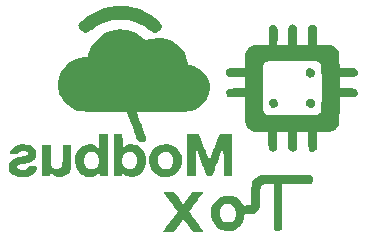
<source format=gbo>
G04 #@! TF.GenerationSoftware,KiCad,Pcbnew,8.0.7*
G04 #@! TF.CreationDate,2025-07-10T22:44:40+02:00*
G04 #@! TF.ProjectId,modbus-to-x,6d6f6462-7573-42d7-946f-2d782e6b6963,rev?*
G04 #@! TF.SameCoordinates,Original*
G04 #@! TF.FileFunction,Legend,Bot*
G04 #@! TF.FilePolarity,Positive*
%FSLAX46Y46*%
G04 Gerber Fmt 4.6, Leading zero omitted, Abs format (unit mm)*
G04 Created by KiCad (PCBNEW 8.0.7) date 2025-07-10 22:44:40*
%MOMM*%
%LPD*%
G01*
G04 APERTURE LIST*
G04 Aperture macros list*
%AMRoundRect*
0 Rectangle with rounded corners*
0 $1 Rounding radius*
0 $2 $3 $4 $5 $6 $7 $8 $9 X,Y pos of 4 corners*
0 Add a 4 corners polygon primitive as box body*
4,1,4,$2,$3,$4,$5,$6,$7,$8,$9,$2,$3,0*
0 Add four circle primitives for the rounded corners*
1,1,$1+$1,$2,$3*
1,1,$1+$1,$4,$5*
1,1,$1+$1,$6,$7*
1,1,$1+$1,$8,$9*
0 Add four rect primitives between the rounded corners*
20,1,$1+$1,$2,$3,$4,$5,0*
20,1,$1+$1,$4,$5,$6,$7,0*
20,1,$1+$1,$6,$7,$8,$9,0*
20,1,$1+$1,$8,$9,$2,$3,0*%
G04 Aperture macros list end*
%ADD10C,0.000000*%
%ADD11C,0.600000*%
%ADD12R,1.700000X1.700000*%
%ADD13O,1.700000X1.700000*%
%ADD14R,2.032000X2.032000*%
%ADD15C,2.032000*%
%ADD16C,0.499999*%
%ADD17C,1.734000*%
%ADD18RoundRect,0.102000X0.765000X0.765000X-0.765000X0.765000X-0.765000X-0.765000X0.765000X-0.765000X0*%
%ADD19R,2.413000X2.413000*%
%ADD20C,2.413000*%
G04 APERTURE END LIST*
D10*
G36*
X118443251Y-125159921D02*
G01*
X118582120Y-125162574D01*
X118664680Y-125169361D01*
X118702206Y-125182205D01*
X118705970Y-125203028D01*
X118687243Y-125233753D01*
X118672518Y-125253922D01*
X118612896Y-125334911D01*
X118517976Y-125463466D01*
X118395122Y-125629623D01*
X118251700Y-125823419D01*
X118095074Y-126034889D01*
X118008229Y-126152437D01*
X117861380Y-126352838D01*
X117733851Y-126528949D01*
X117632503Y-126671189D01*
X117564200Y-126769975D01*
X117535804Y-126815727D01*
X117538317Y-126831199D01*
X117576599Y-126904533D01*
X117654725Y-127027054D01*
X117767084Y-127190486D01*
X117908069Y-127386552D01*
X118072068Y-127606976D01*
X118161244Y-127725036D01*
X118319751Y-127934972D01*
X118463315Y-128125229D01*
X118583891Y-128285138D01*
X118673435Y-128404033D01*
X118723900Y-128471246D01*
X118818753Y-128598246D01*
X118354924Y-128598246D01*
X117891095Y-128598246D01*
X117464845Y-128013359D01*
X117038594Y-127428472D01*
X116898266Y-127622011D01*
X116716684Y-127872618D01*
X116572654Y-128071876D01*
X116463571Y-128223508D01*
X116383858Y-128335343D01*
X116327936Y-128415206D01*
X116290226Y-128470924D01*
X116265152Y-128510323D01*
X116249402Y-128534082D01*
X116217623Y-128563930D01*
X116166770Y-128582740D01*
X116082073Y-128593042D01*
X115948765Y-128597367D01*
X115752077Y-128598246D01*
X115575555Y-128595984D01*
X115428577Y-128589698D01*
X115329263Y-128580358D01*
X115292854Y-128568939D01*
X115315214Y-128531291D01*
X115378433Y-128439538D01*
X115476420Y-128302165D01*
X115603084Y-128127628D01*
X115752336Y-127924384D01*
X115918085Y-127700887D01*
X116082913Y-127478462D01*
X116232298Y-127274544D01*
X116359095Y-127099054D01*
X116457210Y-126960504D01*
X116520548Y-126867402D01*
X116543015Y-126828258D01*
X116530237Y-126804218D01*
X116476453Y-126724162D01*
X116386543Y-126597413D01*
X116266910Y-126432848D01*
X116123956Y-126239342D01*
X115964084Y-126025771D01*
X115845298Y-125867852D01*
X115693998Y-125666037D01*
X115562632Y-125490042D01*
X115457996Y-125349002D01*
X115386882Y-125252051D01*
X115356086Y-125208323D01*
X115353125Y-125196767D01*
X115378192Y-125178955D01*
X115452755Y-125167739D01*
X115586342Y-125162074D01*
X115788478Y-125160916D01*
X116249938Y-125162354D01*
X116638582Y-125703313D01*
X117027226Y-126244272D01*
X117375175Y-125750720D01*
X117440450Y-125657766D01*
X117554859Y-125492946D01*
X117648971Y-125354899D01*
X117714446Y-125255924D01*
X117742943Y-125208323D01*
X117743718Y-125206660D01*
X117781651Y-125184869D01*
X117873660Y-125170252D01*
X118027721Y-125162043D01*
X118251809Y-125159477D01*
X118443251Y-125159921D01*
G37*
G36*
X123025414Y-127009068D02*
G01*
X122819246Y-127057876D01*
X122556559Y-127073388D01*
X122220103Y-127074246D01*
X122197450Y-127293734D01*
X122175122Y-127427594D01*
X122078833Y-127701609D01*
X121925453Y-127955519D01*
X121727507Y-128170799D01*
X121497519Y-128328925D01*
X121405633Y-128371533D01*
X121149752Y-128456205D01*
X120887025Y-128502029D01*
X120649976Y-128502352D01*
X120628544Y-128499670D01*
X120336959Y-128423440D01*
X120059812Y-128281855D01*
X119812420Y-128086817D01*
X119610103Y-127850231D01*
X119468179Y-127584001D01*
X119427376Y-127450489D01*
X119386661Y-127189058D01*
X119382276Y-126993248D01*
X120136679Y-126993248D01*
X120162199Y-127212519D01*
X120232751Y-127413568D01*
X120347208Y-127580422D01*
X120504439Y-127697113D01*
X120703278Y-127764486D01*
X120905650Y-127764000D01*
X121116505Y-127689708D01*
X121245581Y-127606531D01*
X121380867Y-127448088D01*
X121459985Y-127239473D01*
X121485070Y-126976554D01*
X121483823Y-126921331D01*
X121443493Y-126658981D01*
X121346836Y-126449291D01*
X121194425Y-126293602D01*
X121189593Y-126290199D01*
X121000022Y-126202263D01*
X120791717Y-126178773D01*
X120586757Y-126218935D01*
X120407220Y-126321954D01*
X120341609Y-126385789D01*
X120225255Y-126563913D01*
X120157322Y-126771722D01*
X120136679Y-126993248D01*
X119382276Y-126993248D01*
X119380328Y-126906281D01*
X119408316Y-126632690D01*
X119470563Y-126398818D01*
X119578718Y-126188436D01*
X119760550Y-125953990D01*
X119982658Y-125752581D01*
X120224764Y-125605540D01*
X120291271Y-125575810D01*
X120407492Y-125532138D01*
X120519703Y-125507492D01*
X120655249Y-125497006D01*
X120841477Y-125495813D01*
X120970426Y-125498434D01*
X121143831Y-125511236D01*
X121278388Y-125537808D01*
X121398673Y-125581948D01*
X121453611Y-125609200D01*
X121629229Y-125724488D01*
X121804605Y-125874011D01*
X121955946Y-126035930D01*
X122059459Y-126188409D01*
X122136812Y-126340034D01*
X122428946Y-126325282D01*
X122578963Y-126313357D01*
X122700602Y-126289065D01*
X122757603Y-126252773D01*
X122760108Y-126246939D01*
X122770971Y-126176331D01*
X122780437Y-126043035D01*
X122787956Y-125859744D01*
X122792975Y-125639149D01*
X122794943Y-125393939D01*
X122795030Y-125354604D01*
X122797804Y-125103989D01*
X122803939Y-124873428D01*
X122812802Y-124677446D01*
X122823760Y-124530565D01*
X122836182Y-124447310D01*
X122855311Y-124388859D01*
X122970012Y-124181247D01*
X123143552Y-123996148D01*
X123360768Y-123850806D01*
X123590703Y-123733169D01*
X125527859Y-123720579D01*
X125567090Y-123720330D01*
X125953504Y-123718457D01*
X126320131Y-123717700D01*
X126658632Y-123718008D01*
X126960670Y-123719328D01*
X127217908Y-123721608D01*
X127422008Y-123724798D01*
X127564633Y-123728844D01*
X127637445Y-123733696D01*
X127767317Y-123769195D01*
X127909667Y-123859776D01*
X128001870Y-123984905D01*
X128037906Y-124129826D01*
X128011758Y-124279783D01*
X127917406Y-124420021D01*
X127803181Y-124534246D01*
X126608329Y-124534246D01*
X125413477Y-124534246D01*
X125413477Y-126412944D01*
X125413477Y-128291643D01*
X125299252Y-128405868D01*
X125286692Y-128418145D01*
X125172586Y-128497312D01*
X125042246Y-128520092D01*
X125026673Y-128519867D01*
X124899763Y-128491915D01*
X124785240Y-128405868D01*
X124671015Y-128291643D01*
X124671015Y-126409672D01*
X124671015Y-124527701D01*
X124203070Y-124540743D01*
X124115436Y-124542949D01*
X123942191Y-124548318D01*
X123809126Y-124561116D01*
X123710682Y-124590169D01*
X123641299Y-124644303D01*
X123595416Y-124732343D01*
X123567472Y-124863115D01*
X123551908Y-125045445D01*
X123543162Y-125288159D01*
X123535676Y-125600082D01*
X123527310Y-125898374D01*
X123517098Y-126144051D01*
X123503372Y-126333140D01*
X123484090Y-126476658D01*
X123457214Y-126585626D01*
X123420701Y-126671060D01*
X123372512Y-126743980D01*
X123310606Y-126815405D01*
X123191656Y-126921288D01*
X123086991Y-126976554D01*
X123025414Y-127009068D01*
G37*
G36*
X116914033Y-122763371D02*
G01*
X116837566Y-123052031D01*
X116703847Y-123315138D01*
X116517088Y-123542356D01*
X116281497Y-123723350D01*
X116001286Y-123847785D01*
X115994424Y-123849835D01*
X115859889Y-123877252D01*
X115685610Y-123897158D01*
X115507477Y-123905366D01*
X115266386Y-123889331D01*
X114956135Y-123809123D01*
X114686454Y-123665254D01*
X114462794Y-123461863D01*
X114290602Y-123203093D01*
X114175329Y-122893083D01*
X114135299Y-122662112D01*
X114137889Y-122504111D01*
X114875277Y-122504111D01*
X114898065Y-122723565D01*
X114973195Y-122924519D01*
X115097834Y-123091572D01*
X115269149Y-123209326D01*
X115387339Y-123252690D01*
X115597830Y-123274233D01*
X115795103Y-123218758D01*
X115978483Y-123086381D01*
X116080842Y-122953045D01*
X116159737Y-122749870D01*
X116184700Y-122521801D01*
X116154097Y-122287813D01*
X116066295Y-122066881D01*
X116060929Y-122057529D01*
X115929198Y-121901947D01*
X115760266Y-121803290D01*
X115570839Y-121762655D01*
X115377623Y-121781142D01*
X115197323Y-121859847D01*
X115046643Y-121999869D01*
X114998057Y-122071295D01*
X114907663Y-122281555D01*
X114875277Y-122504111D01*
X114137889Y-122504111D01*
X114140632Y-122336802D01*
X114216173Y-122025908D01*
X114358659Y-121741149D01*
X114564827Y-121494245D01*
X114675999Y-121396728D01*
X114851239Y-121280105D01*
X115041314Y-121205444D01*
X115266370Y-121165767D01*
X115546554Y-121154092D01*
X115670103Y-121154889D01*
X115824671Y-121161487D01*
X115940323Y-121178362D01*
X116041401Y-121209768D01*
X116152246Y-121259959D01*
X116400162Y-121413896D01*
X116621012Y-121634182D01*
X116789888Y-121911736D01*
X116878374Y-122150737D01*
X116929039Y-122459495D01*
X116925962Y-122521801D01*
X116914033Y-122763371D01*
G37*
G36*
X113864640Y-122560628D02*
G01*
X113838119Y-122851422D01*
X113769511Y-123107650D01*
X113718256Y-123216936D01*
X113586658Y-123415951D01*
X113421285Y-123599418D01*
X113241077Y-123747627D01*
X113064974Y-123840867D01*
X113055670Y-123844099D01*
X112820150Y-123896547D01*
X112575888Y-123902465D01*
X112342643Y-123864950D01*
X112140180Y-123787101D01*
X111988260Y-123672019D01*
X111972784Y-123655425D01*
X111904258Y-123602923D01*
X111865799Y-123621952D01*
X111853784Y-123713631D01*
X111853784Y-123830862D01*
X111502092Y-123830862D01*
X111150400Y-123830862D01*
X111150400Y-122435583D01*
X111865863Y-122435583D01*
X111869515Y-122669837D01*
X111929839Y-122885332D01*
X112041723Y-123060297D01*
X112199158Y-123181292D01*
X112311588Y-123225476D01*
X112519675Y-123253549D01*
X112720786Y-123219383D01*
X112892549Y-123124799D01*
X112931540Y-123087221D01*
X113026915Y-122933980D01*
X113085701Y-122738435D01*
X113105277Y-122522016D01*
X113083024Y-122306153D01*
X113016323Y-122112275D01*
X113000188Y-122081840D01*
X112878363Y-121915866D01*
X112726392Y-121815816D01*
X112530772Y-121772231D01*
X112351351Y-121781589D01*
X112167937Y-121855479D01*
X112022375Y-121992608D01*
X111919929Y-122187727D01*
X111865863Y-122435583D01*
X111150400Y-122435583D01*
X111150400Y-122051395D01*
X111150400Y-120271929D01*
X111511861Y-120283164D01*
X111873323Y-120294400D01*
X111892861Y-120875048D01*
X111897059Y-120997760D01*
X111904453Y-121184896D01*
X111912236Y-121309065D01*
X111922225Y-121380310D01*
X111936234Y-121408669D01*
X111956078Y-121404183D01*
X111983571Y-121376892D01*
X112023528Y-121342098D01*
X112128752Y-121274843D01*
X112255538Y-121211708D01*
X112455149Y-121155251D01*
X112703119Y-121138870D01*
X112951161Y-121168715D01*
X113167260Y-121243662D01*
X113179974Y-121250371D01*
X113351915Y-121373488D01*
X113521629Y-121546557D01*
X113668634Y-121745763D01*
X113772446Y-121947290D01*
X113791104Y-121999775D01*
X113848994Y-122266376D01*
X113862587Y-122522016D01*
X113864640Y-122560628D01*
G37*
G36*
X110642400Y-123830862D02*
G01*
X110290708Y-123830862D01*
X109939015Y-123830862D01*
X109939015Y-123686781D01*
X109939015Y-123542701D01*
X109827894Y-123649162D01*
X109786694Y-123683802D01*
X109661991Y-123764397D01*
X109525048Y-123830491D01*
X109380302Y-123875640D01*
X109098606Y-123908212D01*
X108816211Y-123876676D01*
X108551903Y-123784112D01*
X108324466Y-123633601D01*
X108219726Y-123529689D01*
X108043043Y-123275026D01*
X107927288Y-122976572D01*
X107875701Y-122641484D01*
X107873280Y-122573666D01*
X107881483Y-122458904D01*
X108630219Y-122458904D01*
X108634138Y-122671929D01*
X108679510Y-122871245D01*
X108767148Y-123039867D01*
X108897868Y-123160812D01*
X109074603Y-123237601D01*
X109283092Y-123261309D01*
X109479693Y-123218333D01*
X109651253Y-123114310D01*
X109784621Y-122954874D01*
X109866646Y-122745662D01*
X109885835Y-122610843D01*
X109880908Y-122388928D01*
X109838141Y-122177042D01*
X109761964Y-122006462D01*
X109696761Y-121927646D01*
X109539714Y-121821330D01*
X109350980Y-121767077D01*
X109151316Y-121769392D01*
X108961483Y-121832780D01*
X108859048Y-121907431D01*
X108743488Y-122059671D01*
X108666941Y-122249157D01*
X108630219Y-122458904D01*
X107881483Y-122458904D01*
X107897539Y-122234284D01*
X107980046Y-121928460D01*
X108115457Y-121662875D01*
X108298432Y-121444206D01*
X108523629Y-121279132D01*
X108785706Y-121174333D01*
X109079323Y-121136487D01*
X109329945Y-121154009D01*
X109544883Y-121217764D01*
X109720550Y-121332070D01*
X109758077Y-121364175D01*
X109834349Y-121423602D01*
X109875789Y-121447169D01*
X109880116Y-121437678D01*
X109887954Y-121366838D01*
X109894241Y-121238109D01*
X109898421Y-121064999D01*
X109899938Y-120861016D01*
X109899938Y-120274862D01*
X110271169Y-120274862D01*
X110642400Y-120274862D01*
X110642400Y-122052862D01*
X110642400Y-122610843D01*
X110642400Y-123830862D01*
G37*
G36*
X105797007Y-122043092D02*
G01*
X105797027Y-122092349D01*
X105797845Y-122360044D01*
X105800515Y-122562743D01*
X105805946Y-122711798D01*
X105815046Y-122818558D01*
X105828721Y-122894374D01*
X105847881Y-122950598D01*
X105873433Y-122998580D01*
X105896383Y-123032828D01*
X106033806Y-123160117D01*
X106207266Y-123231082D01*
X106397043Y-123240587D01*
X106583419Y-123183497D01*
X106638867Y-123150758D01*
X106696715Y-123098851D01*
X106740320Y-123027350D01*
X106771629Y-122926502D01*
X106792589Y-122786553D01*
X106805150Y-122597752D01*
X106811258Y-122350345D01*
X106812861Y-122034578D01*
X106812861Y-121212708D01*
X107184092Y-121212708D01*
X107555323Y-121212708D01*
X107555323Y-122143461D01*
X107555107Y-122289421D01*
X107552009Y-122611203D01*
X107543793Y-122868890D01*
X107528629Y-123072548D01*
X107504686Y-123232244D01*
X107470134Y-123358046D01*
X107423142Y-123460019D01*
X107361879Y-123548230D01*
X107284516Y-123632746D01*
X107232383Y-123679861D01*
X107096074Y-123776641D01*
X106964284Y-123842430D01*
X106724277Y-123899490D01*
X106441194Y-123899965D01*
X106171107Y-123830395D01*
X105928572Y-123692883D01*
X105841748Y-123629413D01*
X105785404Y-123603936D01*
X105762265Y-123631420D01*
X105757784Y-123713631D01*
X105757784Y-123830862D01*
X105406092Y-123830862D01*
X105054400Y-123830862D01*
X105054400Y-122521785D01*
X105054400Y-121212708D01*
X105425631Y-121212708D01*
X105796861Y-121212708D01*
X105797007Y-122043092D01*
G37*
G36*
X103811252Y-121167559D02*
G01*
X104079521Y-121245387D01*
X104297621Y-121368270D01*
X104460125Y-121532617D01*
X104561608Y-121734836D01*
X104596642Y-121971337D01*
X104594437Y-122042827D01*
X104560985Y-122226856D01*
X104482195Y-122379255D01*
X104351546Y-122505202D01*
X104162517Y-122609876D01*
X103908586Y-122698455D01*
X103583234Y-122776118D01*
X103455051Y-122802837D01*
X103258637Y-122848582D01*
X103122193Y-122890196D01*
X103034267Y-122932483D01*
X102983407Y-122980245D01*
X102958159Y-123038287D01*
X102952922Y-123107189D01*
X103001396Y-123203210D01*
X103118177Y-123271513D01*
X103299173Y-123308849D01*
X103425240Y-123314820D01*
X103631250Y-123288775D01*
X103786051Y-123215933D01*
X103882092Y-123099015D01*
X103906523Y-123050000D01*
X103949775Y-122998467D01*
X104017349Y-122977810D01*
X104136092Y-122974912D01*
X104184179Y-122976041D01*
X104353767Y-122986408D01*
X104507323Y-123003471D01*
X104570771Y-123013716D01*
X104645919Y-123035675D01*
X104672628Y-123074462D01*
X104670213Y-123147113D01*
X104657562Y-123218895D01*
X104572031Y-123415879D01*
X104419961Y-123592830D01*
X104209569Y-123741689D01*
X103949069Y-123854399D01*
X103843231Y-123878123D01*
X103637977Y-123896594D01*
X103370531Y-123898299D01*
X103198208Y-123892780D01*
X103052449Y-123881534D01*
X102941020Y-123860635D01*
X102840451Y-123825450D01*
X102727276Y-123771348D01*
X102647564Y-123726700D01*
X102447880Y-123566614D01*
X102314242Y-123373663D01*
X102251290Y-123153868D01*
X102250577Y-122905108D01*
X102313158Y-122690896D01*
X102441434Y-122517562D01*
X102636757Y-122382400D01*
X102717533Y-122349636D01*
X102864945Y-122303096D01*
X103047842Y-122253951D01*
X103243895Y-122208594D01*
X103416052Y-122169344D01*
X103585763Y-122124790D01*
X103717057Y-122083945D01*
X103790760Y-122052288D01*
X103846694Y-122004452D01*
X103884927Y-121917021D01*
X103860447Y-121830228D01*
X103781824Y-121754870D01*
X103657630Y-121701740D01*
X103496436Y-121681631D01*
X103333282Y-121695648D01*
X103178568Y-121755468D01*
X103071264Y-121866272D01*
X103038110Y-121914680D01*
X102998352Y-121948062D01*
X102937371Y-121964189D01*
X102836212Y-121967713D01*
X102675923Y-121963285D01*
X102348985Y-121951861D01*
X102373517Y-121829197D01*
X102443296Y-121621905D01*
X102581179Y-121429385D01*
X102778949Y-121284002D01*
X103033973Y-121187623D01*
X103343617Y-121142111D01*
X103498243Y-121138379D01*
X103811252Y-121167559D01*
G37*
G36*
X121154765Y-121046631D02*
G01*
X121154946Y-121243478D01*
X121155288Y-121584070D01*
X121155682Y-121948642D01*
X121156092Y-122304632D01*
X121156483Y-122619477D01*
X121156519Y-122647645D01*
X121156736Y-122904481D01*
X121156764Y-123146553D01*
X121156611Y-123358013D01*
X121156290Y-123523013D01*
X121155811Y-123625708D01*
X121154092Y-123830862D01*
X120802949Y-123830862D01*
X120451805Y-123830862D01*
X120441487Y-122594711D01*
X120431169Y-121358561D01*
X120090171Y-122252788D01*
X120038442Y-122388505D01*
X119934719Y-122660996D01*
X119835224Y-122922821D01*
X119745870Y-123158393D01*
X119672573Y-123352126D01*
X119621247Y-123488436D01*
X119493323Y-123829857D01*
X119255245Y-123830359D01*
X119017166Y-123830862D01*
X118783054Y-123234939D01*
X118762311Y-123182040D01*
X118655125Y-122906462D01*
X118536632Y-122598909D01*
X118419838Y-122293244D01*
X118317748Y-122023331D01*
X118086554Y-121407647D01*
X118076228Y-122619254D01*
X118065902Y-123830862D01*
X117694830Y-123830862D01*
X117323757Y-123830862D01*
X117333925Y-122062631D01*
X117344092Y-120294400D01*
X117852092Y-120294400D01*
X118360092Y-120294400D01*
X118484125Y-120607016D01*
X118493732Y-120631348D01*
X118550791Y-120778258D01*
X118627395Y-120978139D01*
X118717260Y-121214479D01*
X118814101Y-121470763D01*
X118911635Y-121730477D01*
X118953657Y-121842188D01*
X119039204Y-122065984D01*
X119114498Y-122258151D01*
X119175352Y-122408263D01*
X119217578Y-122505891D01*
X119236987Y-122540607D01*
X119240153Y-122536896D01*
X119266708Y-122480169D01*
X119315696Y-122362048D01*
X119383555Y-122191561D01*
X119466721Y-121977741D01*
X119561634Y-121729618D01*
X119664730Y-121456222D01*
X119695111Y-121375253D01*
X119797540Y-121104514D01*
X119891606Y-120859204D01*
X119973554Y-120648897D01*
X120039628Y-120483164D01*
X120086072Y-120371577D01*
X120109130Y-120323708D01*
X120149704Y-120302972D01*
X120249983Y-120286952D01*
X120414806Y-120277784D01*
X120650877Y-120274862D01*
X121154092Y-120274862D01*
X121154765Y-121046631D01*
G37*
G36*
X130259015Y-116406246D02*
G01*
X130874477Y-116406822D01*
X131087158Y-116408100D01*
X131298566Y-116414464D01*
X131453667Y-116429032D01*
X131564693Y-116454926D01*
X131643872Y-116495269D01*
X131703435Y-116553183D01*
X131755613Y-116631792D01*
X131806911Y-116775176D01*
X131784876Y-116916234D01*
X131685510Y-117054381D01*
X131648914Y-117088373D01*
X131608837Y-117113283D01*
X131553239Y-117130180D01*
X131469592Y-117140617D01*
X131345371Y-117146148D01*
X131168048Y-117148327D01*
X130925099Y-117148708D01*
X130259015Y-117148708D01*
X130259015Y-118177154D01*
X130258145Y-118485507D01*
X130253922Y-118788709D01*
X130244693Y-119031782D01*
X130228831Y-119224508D01*
X130204708Y-119376669D01*
X130170695Y-119498046D01*
X130125165Y-119598423D01*
X130066489Y-119687579D01*
X129993041Y-119775298D01*
X129933470Y-119838729D01*
X129831974Y-119928799D01*
X129723902Y-119993346D01*
X129594969Y-120036487D01*
X129430893Y-120062336D01*
X129217387Y-120075008D01*
X128940169Y-120078619D01*
X128344246Y-120079477D01*
X128344246Y-120805406D01*
X128344246Y-121531335D01*
X128230021Y-121645560D01*
X128228266Y-121647309D01*
X128109836Y-121734061D01*
X127979217Y-121759785D01*
X127875442Y-121755686D01*
X127782202Y-121735753D01*
X127712742Y-121691040D01*
X127663625Y-121612663D01*
X127631411Y-121491735D01*
X127612659Y-121319373D01*
X127603930Y-121086690D01*
X127601784Y-120784802D01*
X127601784Y-120079477D01*
X127135230Y-120079477D01*
X126668675Y-120079477D01*
X126656538Y-120825403D01*
X126644400Y-121571329D01*
X126534759Y-121665557D01*
X126469348Y-121711618D01*
X126315499Y-121760551D01*
X126160153Y-121742145D01*
X126024498Y-121656764D01*
X125921477Y-121553743D01*
X125921477Y-120816610D01*
X125921477Y-120079477D01*
X125452554Y-120079477D01*
X124983631Y-120079477D01*
X124983631Y-120816610D01*
X124983631Y-121553743D01*
X124880610Y-121656764D01*
X124770600Y-121733629D01*
X124619141Y-121767346D01*
X124469132Y-121735757D01*
X124342335Y-121639556D01*
X124326602Y-121620717D01*
X124295065Y-121578230D01*
X124272436Y-121531258D01*
X124257238Y-121467525D01*
X124247990Y-121374751D01*
X124243215Y-121240658D01*
X124241434Y-121052968D01*
X124241169Y-120799402D01*
X124241169Y-120079477D01*
X123623611Y-120079477D01*
X123496913Y-120079351D01*
X123295028Y-120077620D01*
X123148046Y-120072305D01*
X123040480Y-120061471D01*
X122956844Y-120043183D01*
X122881652Y-120015506D01*
X122799417Y-119976506D01*
X122622425Y-119860850D01*
X122442691Y-119664262D01*
X122319010Y-119421853D01*
X122305496Y-119367050D01*
X122291454Y-119254683D01*
X122280964Y-119089467D01*
X122273760Y-118865085D01*
X122269578Y-118575222D01*
X122268152Y-118213561D01*
X122267784Y-117148722D01*
X121559959Y-117148715D01*
X120852134Y-117148708D01*
X120749113Y-117045687D01*
X120700903Y-116986094D01*
X120646774Y-116838599D01*
X120659788Y-116681312D01*
X120740311Y-116535425D01*
X120834530Y-116425785D01*
X121551157Y-116406246D01*
X122267784Y-116386708D01*
X122268085Y-116366484D01*
X123772246Y-116366484D01*
X123772273Y-116670497D01*
X123772755Y-117077987D01*
X123774414Y-117418292D01*
X123777981Y-117698058D01*
X123784189Y-117923934D01*
X123793767Y-118102567D01*
X123807448Y-118240605D01*
X123825961Y-118344695D01*
X123850038Y-118421485D01*
X123880410Y-118477623D01*
X123917808Y-118519755D01*
X123962963Y-118554530D01*
X124016606Y-118588596D01*
X124033491Y-118598868D01*
X124065036Y-118615685D01*
X124102324Y-118629734D01*
X124151939Y-118641262D01*
X124220463Y-118650519D01*
X124314479Y-118657754D01*
X124440570Y-118663216D01*
X124605318Y-118667154D01*
X124815306Y-118669818D01*
X125077117Y-118671456D01*
X125397333Y-118672317D01*
X125782538Y-118672652D01*
X126239314Y-118672708D01*
X126588548Y-118672635D01*
X126993697Y-118672203D01*
X127332142Y-118671193D01*
X127610446Y-118669395D01*
X127835168Y-118666597D01*
X128012870Y-118662589D01*
X128150112Y-118657160D01*
X128253457Y-118650098D01*
X128329463Y-118641192D01*
X128384693Y-118630232D01*
X128425708Y-118617006D01*
X128459067Y-118601304D01*
X128466970Y-118596904D01*
X128578022Y-118507783D01*
X128663611Y-118396760D01*
X128664711Y-118394696D01*
X128681058Y-118359240D01*
X128694668Y-118315421D01*
X128705789Y-118256262D01*
X128714670Y-118174784D01*
X128721560Y-118064006D01*
X128726708Y-117916950D01*
X128730362Y-117726636D01*
X128732771Y-117486086D01*
X128734184Y-117188320D01*
X128734849Y-116826359D01*
X128735015Y-116393223D01*
X128734994Y-116083262D01*
X128734526Y-115678578D01*
X128732857Y-115340910D01*
X128729222Y-115063575D01*
X128722859Y-114839886D01*
X128713001Y-114663160D01*
X128698887Y-114526711D01*
X128679751Y-114423854D01*
X128654830Y-114347905D01*
X128623360Y-114292177D01*
X128584576Y-114249987D01*
X128537715Y-114214649D01*
X128482012Y-114179478D01*
X128472498Y-114173696D01*
X128441777Y-114157394D01*
X128404714Y-114143719D01*
X128354779Y-114132441D01*
X128285446Y-114123329D01*
X128190185Y-114116154D01*
X128062469Y-114110686D01*
X127895769Y-114106695D01*
X127683556Y-114103952D01*
X127419304Y-114102226D01*
X127096482Y-114101287D01*
X126708563Y-114100907D01*
X126249018Y-114100854D01*
X126167190Y-114100861D01*
X125719624Y-114101036D01*
X125342606Y-114101591D01*
X125029618Y-114102752D01*
X124774140Y-114104741D01*
X124569654Y-114107782D01*
X124409639Y-114112098D01*
X124287576Y-114117913D01*
X124196947Y-114125449D01*
X124131231Y-114134931D01*
X124083910Y-114146581D01*
X124048464Y-114160622D01*
X124018374Y-114177280D01*
X123977793Y-114202087D01*
X123929791Y-114234754D01*
X123889911Y-114271972D01*
X123857399Y-114320432D01*
X123831503Y-114386824D01*
X123811471Y-114477840D01*
X123796551Y-114600171D01*
X123785990Y-114760509D01*
X123779036Y-114965544D01*
X123774937Y-115221967D01*
X123772940Y-115536471D01*
X123772294Y-115915746D01*
X123772246Y-116366484D01*
X122268085Y-116366484D01*
X122274917Y-115908016D01*
X122282049Y-115429323D01*
X121578296Y-115429323D01*
X120874542Y-115429323D01*
X120760317Y-115315098D01*
X120681526Y-115210015D01*
X120639506Y-115061080D01*
X120667832Y-114915114D01*
X120766321Y-114788028D01*
X120777274Y-114778841D01*
X120821190Y-114744988D01*
X120867519Y-114720662D01*
X120928883Y-114704287D01*
X121017906Y-114694286D01*
X121147212Y-114689084D01*
X121329425Y-114687102D01*
X121577167Y-114686766D01*
X122267784Y-114686670D01*
X122273429Y-114044766D01*
X122274225Y-113961458D01*
X122277686Y-113739890D01*
X122283861Y-113577165D01*
X122294481Y-113458558D01*
X122311275Y-113369342D01*
X122335974Y-113294793D01*
X122370307Y-113220185D01*
X122401714Y-113163153D01*
X122490303Y-113034578D01*
X122579586Y-112937956D01*
X122649737Y-112882027D01*
X122739434Y-112825070D01*
X122838638Y-112784618D01*
X122961069Y-112757929D01*
X123120446Y-112742260D01*
X123330488Y-112734870D01*
X123604914Y-112733016D01*
X124260708Y-112733016D01*
X124260708Y-111971904D01*
X124260708Y-111210792D01*
X124363196Y-111108304D01*
X124375495Y-111096583D01*
X124509440Y-111020910D01*
X124658850Y-111006783D01*
X124802948Y-111048605D01*
X124920961Y-111140779D01*
X124992114Y-111277711D01*
X124999331Y-111326041D01*
X125007518Y-111450451D01*
X125012875Y-111625880D01*
X125014971Y-111836411D01*
X125013377Y-112066127D01*
X125003169Y-112733091D01*
X125462323Y-112733053D01*
X125921477Y-112733016D01*
X125921477Y-111987985D01*
X125922144Y-111831598D01*
X125926802Y-111575735D01*
X125935556Y-111373825D01*
X125947992Y-111233917D01*
X125963699Y-111164061D01*
X126004513Y-111109940D01*
X126122026Y-111033772D01*
X126268259Y-110998885D01*
X126413969Y-111014961D01*
X126453725Y-111029263D01*
X126524813Y-111066640D01*
X126577961Y-111121265D01*
X126615721Y-111203284D01*
X126640645Y-111322838D01*
X126655288Y-111490072D01*
X126662201Y-111715129D01*
X126663938Y-112008152D01*
X126663938Y-112733016D01*
X127132861Y-112733016D01*
X127601784Y-112733016D01*
X127601784Y-111969239D01*
X127601844Y-111802145D01*
X127602751Y-111581609D01*
X127605782Y-111420774D01*
X127612219Y-111308137D01*
X127623347Y-111232197D01*
X127640447Y-111181453D01*
X127664804Y-111144404D01*
X127697701Y-111109547D01*
X127738278Y-111073563D01*
X127835639Y-111026580D01*
X127973015Y-111013631D01*
X128042775Y-111016087D01*
X128157585Y-111043021D01*
X128248330Y-111109547D01*
X128269306Y-111130993D01*
X128296888Y-111165801D01*
X128316705Y-111209753D01*
X128330042Y-111274351D01*
X128338181Y-111371098D01*
X128342406Y-111511493D01*
X128344000Y-111707040D01*
X128344246Y-111969239D01*
X128344246Y-112733016D01*
X128971034Y-112733016D01*
X129151664Y-112733964D01*
X129384825Y-112740953D01*
X129562319Y-112757750D01*
X129697905Y-112787863D01*
X129805339Y-112834803D01*
X129898380Y-112902080D01*
X129990785Y-112993206D01*
X130061822Y-113073883D01*
X130128094Y-113166980D01*
X130175815Y-113268010D01*
X130208510Y-113391017D01*
X130229707Y-113550042D01*
X130242931Y-113759130D01*
X130251709Y-114032323D01*
X130268034Y-114686862D01*
X130912201Y-114686862D01*
X131556369Y-114686862D01*
X131689231Y-114819723D01*
X131728537Y-114862804D01*
X131795580Y-114959874D01*
X131822092Y-115036587D01*
X131819927Y-115067721D01*
X131781966Y-115192862D01*
X131711723Y-115311947D01*
X131628872Y-115389088D01*
X131603039Y-115396919D01*
X131501724Y-115409973D01*
X131342875Y-115420224D01*
X131139936Y-115426924D01*
X130906353Y-115429323D01*
X130259015Y-115429323D01*
X130259015Y-115917785D01*
X130259015Y-116393223D01*
X130259015Y-116406246D01*
G37*
G36*
X111974022Y-111425561D02*
G01*
X112225398Y-111464175D01*
X112576147Y-111547886D01*
X113002797Y-111713401D01*
X113394796Y-111938393D01*
X113737488Y-112215580D01*
X113882269Y-112354675D01*
X114182075Y-112265672D01*
X114347338Y-112221798D01*
X114782821Y-112157543D01*
X115213082Y-112170363D01*
X115641610Y-112260560D01*
X116071897Y-112428433D01*
X116244442Y-112517778D01*
X116396249Y-112616082D01*
X116545334Y-112738540D01*
X116717108Y-112903875D01*
X116742855Y-112930029D01*
X116969450Y-113187391D01*
X117139572Y-113444627D01*
X117267691Y-113727465D01*
X117368277Y-114061631D01*
X117384807Y-114127267D01*
X117421446Y-114266763D01*
X117449900Y-114366855D01*
X117465078Y-114409263D01*
X117486576Y-114417757D01*
X117567592Y-114436366D01*
X117685211Y-114457161D01*
X117690408Y-114457993D01*
X117949991Y-114529536D01*
X118224122Y-114656031D01*
X118489352Y-114824691D01*
X118722230Y-115022725D01*
X118819872Y-115127880D01*
X119031814Y-115431208D01*
X119176701Y-115765138D01*
X119253141Y-116120542D01*
X119259744Y-116488294D01*
X119195116Y-116859267D01*
X119057868Y-117224334D01*
X119034600Y-117268964D01*
X118902150Y-117464734D01*
X118722964Y-117670297D01*
X118516321Y-117866903D01*
X118301495Y-118035802D01*
X118097763Y-118158244D01*
X118091545Y-118161256D01*
X117987940Y-118210160D01*
X117890291Y-118251821D01*
X117791588Y-118286820D01*
X117684824Y-118315740D01*
X117562987Y-118339163D01*
X117419071Y-118357671D01*
X117246064Y-118371845D01*
X117036958Y-118382269D01*
X116784745Y-118389523D01*
X116482415Y-118394191D01*
X116122958Y-118396853D01*
X115699367Y-118398092D01*
X115204631Y-118398491D01*
X114996236Y-118398634D01*
X114611078Y-118399311D01*
X114254121Y-118400471D01*
X113932504Y-118402059D01*
X113653360Y-118404022D01*
X113423826Y-118406304D01*
X113251039Y-118408851D01*
X113142134Y-118411609D01*
X113104246Y-118414523D01*
X113105376Y-118418817D01*
X113125330Y-118477814D01*
X113167669Y-118598339D01*
X113229099Y-118771151D01*
X113306329Y-118987012D01*
X113396066Y-119236683D01*
X113495015Y-119510925D01*
X113521891Y-119585436D01*
X113619164Y-119857876D01*
X113706241Y-120106009D01*
X113779781Y-120320022D01*
X113836445Y-120490098D01*
X113872893Y-120606424D01*
X113885784Y-120659184D01*
X113885689Y-120664029D01*
X113851679Y-120768284D01*
X113773596Y-120871271D01*
X113676449Y-120939498D01*
X113581881Y-120968289D01*
X113463101Y-120965568D01*
X113321657Y-120912947D01*
X113284979Y-120895710D01*
X113251049Y-120877311D01*
X113219565Y-120852783D01*
X113187843Y-120816017D01*
X113153200Y-120760907D01*
X113112950Y-120681345D01*
X113064410Y-120571222D01*
X113004895Y-120424433D01*
X112931723Y-120234868D01*
X112842207Y-119996421D01*
X112733666Y-119702983D01*
X112603414Y-119348448D01*
X112448767Y-118926708D01*
X112262463Y-118418708D01*
X110289893Y-118397273D01*
X110233836Y-118396665D01*
X109780679Y-118391690D01*
X109397292Y-118386832D01*
X109076149Y-118381257D01*
X108809726Y-118374129D01*
X108590496Y-118364611D01*
X108410936Y-118351868D01*
X108263519Y-118335065D01*
X108140721Y-118313366D01*
X108035017Y-118285935D01*
X107938881Y-118251936D01*
X107844789Y-118210534D01*
X107745216Y-118160894D01*
X107632635Y-118102178D01*
X107589217Y-118078841D01*
X107252912Y-117849846D01*
X106959419Y-117562103D01*
X106718649Y-117226926D01*
X106540516Y-116855631D01*
X106492433Y-116693374D01*
X106445945Y-116419806D01*
X106426711Y-116123749D01*
X106436271Y-115835569D01*
X106476163Y-115585631D01*
X106598717Y-115223384D01*
X106800556Y-114843565D01*
X107061973Y-114506505D01*
X107098408Y-114468081D01*
X107420716Y-114187985D01*
X107778409Y-113977519D01*
X108171959Y-113836454D01*
X108601839Y-113764564D01*
X108923029Y-113737778D01*
X108963453Y-113577320D01*
X109027633Y-113361463D01*
X109210904Y-112944749D01*
X109460794Y-112562518D01*
X109771184Y-112225016D01*
X110022675Y-112012892D01*
X110406168Y-111761427D01*
X110812944Y-111579141D01*
X111253080Y-111460836D01*
X111370939Y-111439654D01*
X111576715Y-111413404D01*
X111767769Y-111408672D01*
X111974022Y-111425561D01*
G37*
G36*
X112229836Y-109454226D02*
G01*
X112635218Y-109519079D01*
X113026070Y-109611002D01*
X113371246Y-109723639D01*
X113559643Y-109802397D01*
X113943399Y-109994163D01*
X114322231Y-110221309D01*
X114671940Y-110468721D01*
X114968331Y-110721284D01*
X114970988Y-110723825D01*
X115094223Y-110846824D01*
X115168428Y-110936978D01*
X115204767Y-111010771D01*
X115214400Y-111084686D01*
X115197426Y-111203416D01*
X115116805Y-111379864D01*
X114981409Y-111542027D01*
X114804092Y-111671520D01*
X114788006Y-111680070D01*
X114687920Y-111715223D01*
X114583635Y-111713321D01*
X114462166Y-111670035D01*
X114310530Y-111581033D01*
X114115740Y-111441987D01*
X114006099Y-111362518D01*
X113672336Y-111148023D01*
X113320477Y-110957049D01*
X112973619Y-110801439D01*
X112654861Y-110693034D01*
X112589569Y-110675933D01*
X112457424Y-110647135D01*
X112320464Y-110627615D01*
X112160368Y-110615755D01*
X111958813Y-110609940D01*
X111697477Y-110608552D01*
X111640327Y-110608640D01*
X111405682Y-110610456D01*
X111226897Y-110616028D01*
X111085504Y-110627340D01*
X110963037Y-110646373D01*
X110841030Y-110675111D01*
X110701015Y-110715536D01*
X110238122Y-110884705D01*
X109732158Y-111137312D01*
X109267028Y-111443213D01*
X109253959Y-111453032D01*
X109066045Y-111588163D01*
X108920715Y-111673786D01*
X108803075Y-111712216D01*
X108698233Y-111705768D01*
X108591295Y-111656756D01*
X108467370Y-111567495D01*
X108366958Y-111480152D01*
X108233316Y-111323734D01*
X108160913Y-111173555D01*
X108155831Y-111039913D01*
X108190839Y-110963282D01*
X108297622Y-110830456D01*
X108467956Y-110671309D01*
X108697574Y-110489711D01*
X108982212Y-110289538D01*
X109298015Y-110089747D01*
X109809697Y-109819410D01*
X110317698Y-109620593D01*
X110831296Y-109490561D01*
X111359770Y-109426579D01*
X111912400Y-109425913D01*
X112229836Y-109454226D01*
G37*
G36*
X127993336Y-117324958D02*
G01*
X128061891Y-117370020D01*
X128158291Y-117492544D01*
X128194089Y-117640080D01*
X128166744Y-117793394D01*
X128073713Y-117933252D01*
X128035268Y-117969166D01*
X127930408Y-118031001D01*
X127797169Y-118047477D01*
X127647021Y-118020173D01*
X127517890Y-117937020D01*
X127433695Y-117814574D01*
X127401425Y-117669704D01*
X127428072Y-117519278D01*
X127520625Y-117380163D01*
X127658635Y-117287917D01*
X127817910Y-117268502D01*
X127993336Y-117324958D01*
G37*
G36*
X124763271Y-117275681D02*
G01*
X124836496Y-117313875D01*
X124928923Y-117398800D01*
X124978025Y-117449288D01*
X125037782Y-117527401D01*
X125057464Y-117602467D01*
X125049661Y-117706584D01*
X125017180Y-117831735D01*
X124925252Y-117959493D01*
X124852535Y-118009354D01*
X124705808Y-118051384D01*
X124559596Y-118033478D01*
X124429206Y-117965304D01*
X124329945Y-117856528D01*
X124277120Y-117716817D01*
X124286040Y-117555837D01*
X124339566Y-117433830D01*
X124455149Y-117329413D01*
X124627814Y-117277167D01*
X124677733Y-117271487D01*
X124763271Y-117275681D01*
G37*
G36*
X127845686Y-114688968D02*
G01*
X127965525Y-114738588D01*
X128075801Y-114837629D01*
X128156582Y-114964055D01*
X128187938Y-115095831D01*
X128175812Y-115226112D01*
X128117133Y-115354357D01*
X128001341Y-115446564D01*
X127965933Y-115464066D01*
X127799354Y-115502873D01*
X127646831Y-115473909D01*
X127521731Y-115385738D01*
X127437421Y-115246922D01*
X127407269Y-115066023D01*
X127432379Y-114940046D01*
X127519818Y-114809689D01*
X127653954Y-114720144D01*
X127818046Y-114686862D01*
X127845686Y-114688968D01*
G37*
%LPC*%
D11*
X108549700Y-90680100D03*
X108549700Y-94680100D03*
X108549700Y-98680100D03*
X108549700Y-103180100D03*
X112549700Y-90680100D03*
X112549700Y-94680100D03*
X112549700Y-98680100D03*
X112549700Y-103180100D03*
X116549700Y-90680100D03*
X116549700Y-94680100D03*
X116549700Y-98680100D03*
X116549700Y-103180100D03*
X120549700Y-90680100D03*
X120549700Y-94680100D03*
X120549700Y-98680100D03*
X120549700Y-103180100D03*
D12*
X131622800Y-121254600D03*
D13*
X131622800Y-123794600D03*
D14*
X114271600Y-130516700D03*
D15*
X117771600Y-130516700D03*
D14*
X128519700Y-100498100D03*
D15*
X128519700Y-103998100D03*
D16*
X94975701Y-115357100D03*
X93975700Y-116557100D03*
X93975700Y-115357100D03*
X93975700Y-114157100D03*
X92975702Y-115357100D03*
D17*
X107594400Y-130810000D03*
X107594400Y-128270000D03*
X105054400Y-130810000D03*
X105054400Y-128270000D03*
X102514400Y-130810000D03*
X102514400Y-128270000D03*
X99974400Y-130810000D03*
X99974400Y-128270000D03*
X97434400Y-130810000D03*
X97434400Y-128270000D03*
X94894400Y-130810000D03*
X94894400Y-128270000D03*
X92354400Y-130810000D03*
X92354400Y-128270000D03*
X89814400Y-130810000D03*
X89814400Y-128270000D03*
X87274400Y-130810000D03*
X87274400Y-128270000D03*
X84734400Y-130810000D03*
D18*
X84734400Y-128270000D03*
D19*
X128519700Y-89195100D03*
D20*
X128519700Y-92695100D03*
X128519700Y-96195100D03*
%LPD*%
M02*

</source>
